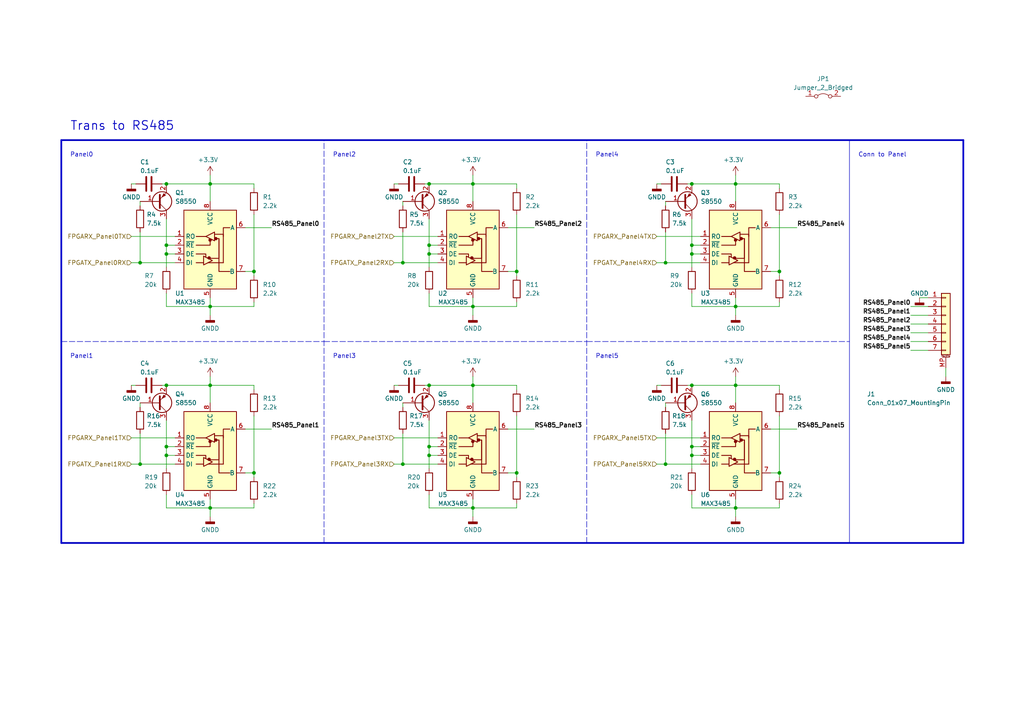
<source format=kicad_sch>
(kicad_sch (version 20230121) (generator eeschema)
  (paper "A4")
  (lib_symbols
    (symbol "Connector_Generic_MountingPin:Conn_01x07_MountingPin" (pin_names (offset 1.016) hide)
      (property "Reference" "J" (at 0 10.16 0))
      (property "Value" "Conn_01x07_MountingPin" (at 1.27 -10.16 0))
      (symbol "Conn_01x07_MountingPin_1_1"
        (rectangle (start -1.27 -7.493) (end 0 -7.747) (stroke (width 0.1524)))
        (rectangle (start -1.27 -4.953) (end 0 -5.207) (stroke (width 0.1524)))
        (rectangle (start -1.27 -2.413) (end 0 -2.667) (stroke (width 0.1524)))
        (rectangle (start -1.27 0.127) (end 0 -0.127) (stroke (width 0.1524)))
        (rectangle (start -1.27 2.667) (end 0 2.413) (stroke (width 0.1524)))
        (rectangle (start -1.27 5.207) (end 0 4.953) (stroke (width 0.1524)))
        (rectangle (start -1.27 7.747) (end 0 7.493) (stroke (width 0.1524)))
        (rectangle (start -1.27 8.89) (end 1.27 -8.89) (stroke (width 0.254)) (fill (type background)))
        (polyline (pts (xy -1.016 -9.652) (xy 1.016 -9.652)) (stroke (width 0.1524)))
        (text "Mounting" (at 0 -9.271 0) (effects (font (size 0.381 0.381))))
        (pin passive line (at -5.08 7.62 0) (length 3.81) (name "Pin_1") (number "1"))
        (pin passive line (at -5.08 5.08 0) (length 3.81) (name "Pin_2") (number "2"))
        (pin passive line (at -5.08 2.54 0) (length 3.81) (name "Pin_3") (number "3"))
        (pin passive line (at -5.08 0 0) (length 3.81) (name "Pin_4") (number "4"))
        (pin passive line (at -5.08 -2.54 0) (length 3.81) (name "Pin_5") (number "5"))
        (pin passive line (at -5.08 -5.08 0) (length 3.81) (name "Pin_6") (number "6"))
        (pin passive line (at -5.08 -7.62 0) (length 3.81) (name "Pin_7") (number "7"))
        (pin passive line (at 0 -12.7 90) (length 3.048) (name "MountPin") (number "MP"))
      )
    )
    (symbol "Device:C" (pin_numbers hide) (pin_names (offset 0.254))
      (property "Reference" "C" (at 0.635 2.54 0))
      (property "Value" "C" (at 0.635 -2.54 0))
      (symbol "C_0_1"
        (polyline (pts (xy -2.032 -0.762) (xy 2.032 -0.762)) (stroke (width 0.508)))
        (polyline (pts (xy -2.032 0.762) (xy 2.032 0.762)) (stroke (width 0.508)))
      )
      (symbol "C_1_1"
        (pin passive line (at 0 3.81 270) (length 2.794) (name "~") (number "1"))
        (pin passive line (at 0 -3.81 90) (length 2.794) (name "~") (number "2"))
      )
    )
    (symbol "Device:Q_PNP_BEC" (pin_names (offset 0) hide)
      (property "Reference" "Q" (at 5.08 1.27 0))
      (property "Value" "Q_PNP_BEC" (at 5.08 -1.27 0))
      (symbol "Q_PNP_BEC_0_1"
        (polyline (pts (xy 0.635 0.635) (xy 2.54 2.54)))
        (polyline (pts (xy 0.635 -0.635) (xy 2.54 -2.54) (xy 2.54 -2.54)))
        (polyline (pts (xy 0.635 1.905) (xy 0.635 -1.905) (xy 0.635 -1.905)) (stroke (width 0.508)))
        (polyline (pts (xy 2.286 -1.778) (xy 1.778 -2.286) (xy 1.27 -1.27) (xy 2.286 -1.778) (xy 2.286 -1.778)) (fill (type outline)))
        (circle (center 1.27 0) (radius 2.8194) (stroke (width 0.254)))
      )
      (symbol "Q_PNP_BEC_1_1"
        (pin input line (at -5.08 0 0) (length 5.715) (name "B") (number "1"))
        (pin passive line (at 2.54 -5.08 90) (length 2.54) (name "E") (number "2"))
        (pin passive line (at 2.54 5.08 270) (length 2.54) (name "C") (number "3"))
      )
    )
    (symbol "Device:R" (pin_numbers hide) (pin_names (offset 0))
      (property "Reference" "R" (at 2.032 0 90))
      (property "Value" "R" (at 0 0 90))
      (symbol "R_0_1"
        (rectangle (start -1.016 -2.54) (end 1.016 2.54) (stroke (width 0.254)))
      )
      (symbol "R_1_1"
        (pin passive line (at 0 3.81 270) (length 1.27) (name "~") (number "1"))
        (pin passive line (at 0 -3.81 90) (length 1.27) (name "~") (number "2"))
      )
    )
    (symbol "Jumper:Jumper_2_Bridged" (pin_names (offset 0) hide)
      (property "Reference" "JP" (at 0 1.905 0))
      (property "Value" "Jumper_2_Bridged" (at 0 -2.54 0))
      (symbol "Jumper_2_Bridged_0_0"
        (circle (center -2.032 0) (radius 0.508))
        (circle (center 2.032 0) (radius 0.508))
      )
      (symbol "Jumper_2_Bridged_0_1"
        (arc (start 1.524 0.254) (mid 0 0.762) (end -1.524 0.254))
      )
      (symbol "Jumper_2_Bridged_1_1"
        (pin passive line (at -5.08 0 0) (length 2.54) (name "A") (number "1"))
        (pin passive line (at 5.08 0 180) (length 2.54) (name "B") (number "2"))
      )
    )
    (symbol "MAX3485_1"
      (property "Reference" "U?" (at 2.0194 15.24 0))
      (property "Value" "MAX3485" (at 2.0194 12.7 0))
      (symbol "MAX3485_1_0_1"
        (rectangle (start -7.62 10.16) (end 7.62 -12.7) (stroke (width 0.254)) (fill (type background)))
        (circle (center -0.3048 -3.683) (radius 0.3556) (stroke (width 0.254)) (fill (type outline)))
        (circle (center -0.0254 1.4986) (radius 0.3556) (stroke (width 0.254)) (fill (type outline)))
        (polyline (pts (xy -4.064 -5.08) (xy -1.905 -5.08)) (stroke (width 0.254)))
        (polyline (pts (xy -4.064 2.54) (xy -1.27 2.54)) (stroke (width 0.254)))
        (polyline (pts (xy -1.27 -3.2004) (xy -1.27 -3.4544)) (stroke (width 0.254)))
        (polyline (pts (xy -0.635 -5.08) (xy 3.81 -5.08)) (stroke (width 0.254)))
        (polyline (pts (xy -4.064 -2.54) (xy -1.27 -2.54) (xy -1.27 -3.175)) (stroke (width 0.254)))
        (polyline (pts (xy 0 1.27) (xy 0 0) (xy -4.064 0)) (stroke (width 0.254)))
        (polyline (pts (xy 1.27 3.175) (xy 3.81 3.175) (xy 3.81 -5.08)) (stroke (width 0.254)))
        (polyline (pts (xy 2.54 1.905) (xy 2.54 -3.81) (xy 0 -3.81)) (stroke (width 0.254)))
        (polyline (pts (xy -1.905 -3.175) (xy -1.905 -5.715) (xy 0.635 -4.445) (xy -1.905 -3.175)) (stroke (width 0.254)))
        (polyline (pts (xy -1.27 2.54) (xy 1.27 3.81) (xy 1.27 1.27) (xy -1.27 2.54)) (stroke (width 0.254)))
        (polyline (pts (xy 3.81 3.175) (xy 3.81 2.54) (xy 3.81 5.08) (xy 5.715 5.08)) (stroke (width 0.254)))
        (polyline (pts (xy 1.905 1.905) (xy 2.54 1.905) (xy 2.54 -3.81) (xy 2.54 -6.985) (xy 2.54 -7.62) (xy 5.08 -7.62) (xy 5.715 -7.62)) (stroke (width 0.254)))
        (rectangle (start 1.27 3.175) (end 1.27 3.175))
        (circle (center 1.651 1.905) (radius 0.3556) (stroke (width 0.254)) (fill (type outline)))
      )
      (symbol "MAX3485_1_1_1"
        (pin output line (at -10.16 2.54 0) (length 2.54) (name "RO") (number "1"))
        (pin input line (at -10.16 0 0) (length 2.54) (name "~{RE}") (number "2"))
        (pin input line (at -10.16 -2.54 0) (length 2.54) (name "DE") (number "3"))
        (pin input line (at -10.16 -5.08 0) (length 2.54) (name "DI") (number "4"))
        (pin power_in line (at 0 -15.24 90) (length 2.54) (name "GND") (number "5"))
        (pin bidirectional line (at 10.16 5.08 180) (length 2.54) (name "A") (number "6"))
        (pin bidirectional line (at 10.16 -7.62 180) (length 2.54) (name "B") (number "7"))
        (pin power_in line (at 0 12.7 270) (length 2.54) (name "VCC") (number "8"))
      )
    )
    (symbol "power:+3.3V" (power) (pin_names (offset 0))
      (property "Value" "+3.3V" (at 0 3.556 0))
      (symbol "+3.3V_0_1"
        (polyline (pts (xy -0.762 1.27) (xy 0 2.54)))
        (polyline (pts (xy 0 0) (xy 0 2.54)))
        (polyline (pts (xy 0 2.54) (xy 0.762 1.27)))
      )
      (symbol "+3.3V_1_1"
        (pin power_in line (at 0 0 90) (length 0) hide (name "+3.3V") (number "1"))
      )
    )
    (symbol "power:GNDD" (power) (pin_names (offset 0))
      (property "Value" "GNDD" (at 0 -3.175 0))
      (symbol "GNDD_0_1"
        (rectangle (start -1.27 -1.524) (end 1.27 -2.032) (stroke (width 0.254)) (fill (type outline)))
        (polyline (pts (xy 0 0) (xy 0 -1.524)))
      )
      (symbol "GNDD_1_1"
        (pin power_in line (at 0 0 270) (length 0) hide (name "GNDD") (number "1"))
      )
    )
  )
  (junction (at 124.46 132.08))
  (junction (at 40.64 76.2))
  (junction (at 48.26 71.12))
  (junction (at 200.66 111.76))
  (junction (at 213.36 147.32))
  (junction (at 137.16 147.32))
  (junction (at 226.06 137.16))
  (junction (at 200.66 132.08))
  (junction (at 40.64 134.62))
  (junction (at 48.26 111.76))
  (junction (at 149.86 137.16))
  (junction (at 124.46 73.66))
  (junction (at 48.26 129.54))
  (junction (at 200.66 129.54))
  (junction (at 60.96 147.32))
  (junction (at 60.96 111.76))
  (junction (at 48.26 53.34))
  (junction (at 200.66 71.12))
  (junction (at 200.66 53.34))
  (junction (at 149.86 78.74))
  (junction (at 48.26 132.08))
  (junction (at 213.36 88.9))
  (junction (at 116.84 76.2))
  (junction (at 124.46 71.12))
  (junction (at 116.84 134.62))
  (junction (at 193.04 134.62))
  (junction (at 124.46 111.76))
  (junction (at 48.26 73.66))
  (junction (at 193.04 76.2))
  (junction (at 137.16 88.9))
  (junction (at 73.66 137.16))
  (junction (at 73.66 78.74))
  (junction (at 213.36 53.34))
  (junction (at 60.96 88.9))
  (junction (at 124.46 129.54))
  (junction (at 213.36 111.76))
  (junction (at 137.16 111.76))
  (junction (at 226.06 78.74))
  (junction (at 200.66 73.66))
  (junction (at 124.46 53.34))
  (junction (at 60.96 53.34))
  (junction (at 137.16 53.34))
  (wire (pts (xy 264.16 99.06) (xy 269.24 99.06)))
  (wire (pts (xy 40.64 134.62) (xy 50.8 134.62)))
  (wire (pts (xy 60.96 111.76) (xy 73.66 111.76)))
  (wire (pts (xy 223.52 78.74) (xy 226.06 78.74)))
  (wire (pts (xy 137.16 144.78) (xy 137.16 147.32)))
  (wire (pts (xy 149.86 62.23) (xy 149.86 78.74)))
  (wire (pts (xy 213.36 88.9) (xy 226.06 88.9)))
  (wire (pts (xy 223.52 66.04) (xy 231.14 66.04)))
  (wire (pts (xy 213.36 88.9) (xy 213.36 91.44)))
  (wire (pts (xy 147.32 124.46) (xy 154.94 124.46)))
  (wire (pts (xy 48.26 147.32) (xy 60.96 147.32)))
  (wire (pts (xy 213.36 86.36) (xy 213.36 88.9)))
  (wire (pts (xy 200.66 147.32) (xy 213.36 147.32)))
  (wire (pts (xy 213.36 53.34) (xy 213.36 58.42)))
  (polyline (pts (xy 279.4 157.48) (xy 279.4 40.64)) (stroke (width 0.5) (type solid)))
  (wire (pts (xy 200.66 132.08) (xy 203.2 132.08)))
  (wire (pts (xy 199.39 111.76) (xy 200.66 111.76)))
  (wire (pts (xy 264.16 88.9) (xy 269.24 88.9)))
  (wire (pts (xy 60.96 109.22) (xy 60.96 111.76)))
  (wire (pts (xy 137.16 109.22) (xy 137.16 111.76)))
  (wire (pts (xy 147.32 66.04) (xy 154.94 66.04)))
  (wire (pts (xy 137.16 86.36) (xy 137.16 88.9)))
  (wire (pts (xy 60.96 88.9) (xy 60.96 91.44)))
  (wire (pts (xy 137.16 147.32) (xy 149.86 147.32)))
  (wire (pts (xy 124.46 121.92) (xy 124.46 129.54)))
  (wire (pts (xy 137.16 50.8) (xy 137.16 53.34)))
  (wire (pts (xy 200.66 71.12) (xy 203.2 71.12)))
  (wire (pts (xy 149.86 111.76) (xy 149.86 113.03)))
  (wire (pts (xy 48.26 129.54) (xy 48.26 132.08)))
  (wire (pts (xy 190.5 68.58) (xy 203.2 68.58)))
  (wire (pts (xy 137.16 147.32) (xy 137.16 149.86)))
  (wire (pts (xy 124.46 63.5) (xy 124.46 71.12)))
  (wire (pts (xy 213.36 50.8) (xy 213.36 53.34)))
  (wire (pts (xy 124.46 85.09) (xy 124.46 88.9)))
  (wire (pts (xy 226.06 146.05) (xy 226.06 147.32)))
  (wire (pts (xy 124.46 129.54) (xy 124.46 132.08)))
  (wire (pts (xy 48.26 73.66) (xy 48.26 77.47)))
  (wire (pts (xy 38.1 53.34) (xy 39.37 53.34)))
  (wire (pts (xy 114.3 53.34) (xy 115.57 53.34)))
  (polyline (pts (xy 93.98 99.06) (xy 170.18 99.06)) (stroke (width 0) (type dash)))
  (wire (pts (xy 40.64 125.73) (xy 40.64 134.62)))
  (wire (pts (xy 193.04 134.62) (xy 203.2 134.62)))
  (wire (pts (xy 213.36 147.32) (xy 226.06 147.32)))
  (wire (pts (xy 114.3 127) (xy 127 127)))
  (wire (pts (xy 124.46 129.54) (xy 127 129.54)))
  (wire (pts (xy 190.5 111.76) (xy 191.77 111.76)))
  (wire (pts (xy 200.66 143.51) (xy 200.66 147.32)))
  (wire (pts (xy 38.1 68.58) (xy 50.8 68.58)))
  (wire (pts (xy 199.39 53.34) (xy 200.66 53.34)))
  (wire (pts (xy 226.06 111.76) (xy 226.06 113.03)))
  (wire (pts (xy 200.66 121.92) (xy 200.66 129.54)))
  (wire (pts (xy 73.66 78.74) (xy 73.66 80.01)))
  (wire (pts (xy 73.66 62.23) (xy 73.66 78.74)))
  (wire (pts (xy 149.86 137.16) (xy 149.86 138.43)))
  (polyline (pts (xy 17.78 157.48) (xy 279.4 157.48)) (stroke (width 0.5) (type solid)))
  (wire (pts (xy 40.64 67.31) (xy 40.64 76.2)))
  (wire (pts (xy 226.06 137.16) (xy 226.06 138.43)))
  (wire (pts (xy 48.26 129.54) (xy 50.8 129.54)))
  (wire (pts (xy 147.32 137.16) (xy 149.86 137.16)))
  (wire (pts (xy 60.96 53.34) (xy 73.66 53.34)))
  (wire (pts (xy 200.66 129.54) (xy 203.2 129.54)))
  (wire (pts (xy 200.66 53.34) (xy 213.36 53.34)))
  (wire (pts (xy 48.26 73.66) (xy 50.8 73.66)))
  (wire (pts (xy 193.04 67.31) (xy 193.04 76.2)))
  (wire (pts (xy 38.1 76.2) (xy 40.64 76.2)))
  (wire (pts (xy 264.16 93.98) (xy 269.24 93.98)))
  (wire (pts (xy 149.86 53.34) (xy 149.86 54.61)))
  (polyline (pts (xy 93.98 157.48) (xy 93.98 40.64)) (stroke (width 0) (type dash)))
  (wire (pts (xy 60.96 111.76) (xy 60.96 116.84)))
  (wire (pts (xy 38.1 111.76) (xy 39.37 111.76)))
  (wire (pts (xy 213.36 111.76) (xy 226.06 111.76)))
  (wire (pts (xy 73.66 53.34) (xy 73.66 54.61)))
  (wire (pts (xy 114.3 134.62) (xy 116.84 134.62)))
  (wire (pts (xy 71.12 78.74) (xy 73.66 78.74)))
  (wire (pts (xy 137.16 88.9) (xy 149.86 88.9)))
  (wire (pts (xy 137.16 53.34) (xy 149.86 53.34)))
  (wire (pts (xy 264.16 96.52) (xy 269.24 96.52)))
  (wire (pts (xy 226.06 53.34) (xy 226.06 54.61)))
  (wire (pts (xy 48.26 85.09) (xy 48.26 88.9)))
  (wire (pts (xy 73.66 120.65) (xy 73.66 137.16)))
  (wire (pts (xy 190.5 76.2) (xy 193.04 76.2)))
  (wire (pts (xy 48.26 143.51) (xy 48.26 147.32)))
  (wire (pts (xy 46.99 111.76) (xy 48.26 111.76)))
  (wire (pts (xy 123.19 53.34) (xy 124.46 53.34)))
  (wire (pts (xy 213.36 111.76) (xy 213.36 116.84)))
  (wire (pts (xy 137.16 111.76) (xy 149.86 111.76)))
  (wire (pts (xy 73.66 111.76) (xy 73.66 113.03)))
  (wire (pts (xy 40.64 76.2) (xy 50.8 76.2)))
  (wire (pts (xy 60.96 50.8) (xy 60.96 53.34)))
  (wire (pts (xy 264.16 91.44) (xy 269.24 91.44)))
  (wire (pts (xy 116.84 134.62) (xy 127 134.62)))
  (wire (pts (xy 71.12 124.46) (xy 78.74 124.46)))
  (wire (pts (xy 48.26 71.12) (xy 50.8 71.12)))
  (wire (pts (xy 137.16 53.34) (xy 137.16 58.42)))
  (wire (pts (xy 38.1 134.62) (xy 40.64 134.62)))
  (wire (pts (xy 116.84 58.42) (xy 116.84 59.69)))
  (wire (pts (xy 48.26 63.5) (xy 48.26 71.12)))
  (wire (pts (xy 124.46 132.08) (xy 127 132.08)))
  (wire (pts (xy 193.04 58.42) (xy 193.04 59.69)))
  (wire (pts (xy 60.96 53.34) (xy 60.96 58.42)))
  (wire (pts (xy 200.66 73.66) (xy 200.66 77.47)))
  (wire (pts (xy 48.26 71.12) (xy 48.26 73.66)))
  (wire (pts (xy 114.3 68.58) (xy 127 68.58)))
  (wire (pts (xy 226.06 78.74) (xy 226.06 80.01)))
  (wire (pts (xy 124.46 71.12) (xy 124.46 73.66)))
  (wire (pts (xy 60.96 147.32) (xy 60.96 149.86)))
  (wire (pts (xy 60.96 86.36) (xy 60.96 88.9)))
  (wire (pts (xy 149.86 120.65) (xy 149.86 137.16)))
  (wire (pts (xy 190.5 134.62) (xy 193.04 134.62)))
  (wire (pts (xy 116.84 67.31) (xy 116.84 76.2)))
  (wire (pts (xy 71.12 137.16) (xy 73.66 137.16)))
  (wire (pts (xy 48.26 111.76) (xy 60.96 111.76)))
  (wire (pts (xy 124.46 111.76) (xy 137.16 111.76)))
  (wire (pts (xy 60.96 147.32) (xy 73.66 147.32)))
  (wire (pts (xy 48.26 53.34) (xy 60.96 53.34)))
  (wire (pts (xy 200.66 85.09) (xy 200.66 88.9)))
  (wire (pts (xy 38.1 127) (xy 50.8 127)))
  (wire (pts (xy 200.66 129.54) (xy 200.66 132.08)))
  (wire (pts (xy 274.32 106.68) (xy 274.32 109.22)))
  (wire (pts (xy 116.84 125.73) (xy 116.84 134.62)))
  (wire (pts (xy 190.5 53.34) (xy 191.77 53.34)))
  (wire (pts (xy 60.96 88.9) (xy 73.66 88.9)))
  (wire (pts (xy 124.46 147.32) (xy 137.16 147.32)))
  (wire (pts (xy 269.24 86.36) (xy 266.7 86.36)))
  (wire (pts (xy 48.26 132.08) (xy 50.8 132.08)))
  (polyline (pts (xy 17.78 99.06) (xy 93.98 99.06)) (stroke (width 0) (type dash)))
  (wire (pts (xy 213.36 109.22) (xy 213.36 111.76)))
  (wire (pts (xy 123.19 111.76) (xy 124.46 111.76)))
  (wire (pts (xy 73.66 137.16) (xy 73.66 138.43)))
  (wire (pts (xy 124.46 132.08) (xy 124.46 135.89)))
  (wire (pts (xy 40.64 116.84) (xy 40.64 118.11)))
  (polyline (pts (xy 170.18 157.48) (xy 170.18 40.64)) (stroke (width 0) (type dash)))
  (wire (pts (xy 71.12 66.04) (xy 78.74 66.04)))
  (wire (pts (xy 124.46 73.66) (xy 124.46 77.47)))
  (wire (pts (xy 226.06 62.23) (xy 226.06 78.74)))
  (wire (pts (xy 137.16 88.9) (xy 137.16 91.44)))
  (wire (pts (xy 114.3 111.76) (xy 115.57 111.76)))
  (wire (pts (xy 190.5 127) (xy 203.2 127)))
  (wire (pts (xy 124.46 88.9) (xy 137.16 88.9)))
  (wire (pts (xy 40.64 58.42) (xy 40.64 59.69)))
  (wire (pts (xy 200.66 88.9) (xy 213.36 88.9)))
  (polyline (pts (xy 246.38 157.48) (xy 246.38 40.64)) (stroke (width 0) (type solid)))
  (wire (pts (xy 124.46 73.66) (xy 127 73.66)))
  (wire (pts (xy 116.84 76.2) (xy 127 76.2)))
  (polyline (pts (xy 170.18 99.06) (xy 246.38 99.06)) (stroke (width 0) (type dash)))
  (wire (pts (xy 193.04 125.73) (xy 193.04 134.62)))
  (wire (pts (xy 114.3 76.2) (xy 116.84 76.2)))
  (wire (pts (xy 149.86 78.74) (xy 149.86 80.01)))
  (wire (pts (xy 223.52 124.46) (xy 231.14 124.46)))
  (wire (pts (xy 73.66 146.05) (xy 73.66 147.32)))
  (wire (pts (xy 200.66 73.66) (xy 203.2 73.66)))
  (wire (pts (xy 200.66 111.76) (xy 213.36 111.76)))
  (wire (pts (xy 149.86 87.63) (xy 149.86 88.9)))
  (wire (pts (xy 213.36 144.78) (xy 213.36 147.32)))
  (polyline (pts (xy 279.4 40.64) (xy 17.78 40.64)) (stroke (width 0.5) (type solid)))
  (wire (pts (xy 200.66 132.08) (xy 200.66 135.89)))
  (wire (pts (xy 193.04 76.2) (xy 203.2 76.2)))
  (wire (pts (xy 124.46 143.51) (xy 124.46 147.32)))
  (wire (pts (xy 73.66 87.63) (xy 73.66 88.9)))
  (wire (pts (xy 48.26 121.92) (xy 48.26 129.54)))
  (wire (pts (xy 46.99 53.34) (xy 48.26 53.34)))
  (wire (pts (xy 223.52 137.16) (xy 226.06 137.16)))
  (wire (pts (xy 124.46 53.34) (xy 137.16 53.34)))
  (wire (pts (xy 213.36 53.34) (xy 226.06 53.34)))
  (wire (pts (xy 60.96 144.78) (xy 60.96 147.32)))
  (wire (pts (xy 226.06 120.65) (xy 226.06 137.16)))
  (wire (pts (xy 264.16 101.6) (xy 269.24 101.6)))
  (wire (pts (xy 213.36 147.32) (xy 213.36 149.86)))
  (wire (pts (xy 124.46 71.12) (xy 127 71.12)))
  (wire (pts (xy 226.06 87.63) (xy 226.06 88.9)))
  (wire (pts (xy 200.66 63.5) (xy 200.66 71.12)))
  (wire (pts (xy 137.16 111.76) (xy 137.16 116.84)))
  (wire (pts (xy 48.26 88.9) (xy 60.96 88.9)))
  (polyline (pts (xy 17.78 40.64) (xy 17.78 157.48)) (stroke (width 0.5) (type solid)))
  (wire (pts (xy 48.26 132.08) (xy 48.26 135.89)))
  (wire (pts (xy 116.84 116.84) (xy 116.84 118.11)))
  (wire (pts (xy 200.66 71.12) (xy 200.66 73.66)))
  (wire (pts (xy 147.32 78.74) (xy 149.86 78.74)))
  (wire (pts (xy 193.04 116.84) (xy 193.04 118.11)))
  (wire (pts (xy 149.86 146.05) (xy 149.86 147.32)))
  (text "Panel4" (at 172.72 45.72 0) (effects (font (size 1.27 1.27)) (justify left bottom)))
  (text "Panel1" (at 20.32 104.14 0) (effects (font (size 1.27 1.27)) (justify left bottom)))
  (text "Panel5" (at 172.72 104.14 0) (effects (font (size 1.27 1.27)) (justify left bottom)))
  (text "Panel3" (at 96.52 104.14 0) (effects (font (size 1.27 1.27)) (justify left bottom)))
  (text "Panel0" (at 20.32 45.72 0) (effects (font (size 1.27 1.27)) (justify left bottom)))
  (text "Panel2" (at 96.52 45.72 0) (effects (font (size 1.27 1.27)) (justify left bottom)))
  (text "Conn to Panel" (at 248.92 45.72 0) (effects (font (size 1.27 1.27)) (justify left bottom)))
  (text "Trans to RS485" (at 20.32 38.1 0) (effects (font (size 2.54 2.54) (thickness 0.254) bold) (justify left bottom)))
  (label "RS485_Panel0" (at 78.74 66.04 0) (effects (font (thickness 0.254) bold)))
  (label "RS485_Panel5" (at 231.14 124.46 0) (effects (font (thickness 0.254) bold)))
  (label "RS485_Panel4" (at 231.14 66.04 0) (effects (font (thickness 0.254) bold)))
  (label "RS485_Panel4" (at 264.16 99.06 180) (effects (font (thickness 0.254) bold)))
  (label "RS485_Panel2" (at 264.16 93.98 180) (effects (font (thickness 0.254) bold)))
  (label "RS485_Panel1" (at 78.74 124.46 0) (effects (font (thickness 0.254) bold)))
  (label "RS485_Panel0" (at 264.16 88.9 180) (effects (font (thickness 0.254) bold)))
  (label "RS485_Panel5" (at 264.16 101.6 180) (effects (font (thickness 0.254) bold)))
  (label "RS485_Panel3" (at 264.16 96.52 180) (effects (font (thickness 0.254) bold)))
  (label "RS485_Panel1" (at 264.16 91.44 180) (effects (font (thickness 0.254) bold)))
  (label "RS485_Panel3" (at 154.94 124.46 0) (effects (font (thickness 0.254) bold)))
  (label "RS485_Panel2" (at 154.94 66.04 0) (effects (font (thickness 0.254) bold)))
  (hierarchical_label "FPGARX_Panel1TX" (shape input) (at 38.1 127 180))
  (hierarchical_label "FPGATX_Panel3RX" (shape input) (at 114.3 134.62 180))
  (hierarchical_label "FPGARX_Panel5TX" (shape input) (at 190.5 127 180))
  (hierarchical_label "FPGARX_Panel0TX" (shape input) (at 38.1 68.58 180))
  (hierarchical_label "FPGARX_Panel4TX" (shape input) (at 190.5 68.58 180))
  (hierarchical_label "FPGARX_Panel3TX" (shape input) (at 114.3 127 180))
  (hierarchical_label "FPGATX_Panel2RX" (shape input) (at 114.3 76.2 180))
  (hierarchical_label "FPGATX_Panel4RX" (shape input) (at 190.5 76.2 180))
  (hierarchical_label "FPGATX_Panel0RX" (shape input) (at 38.1 76.2 180))
  (hierarchical_label "FPGATX_Panel5RX" (shape input) (at 190.5 134.62 180))
  (hierarchical_label "FPGATX_Panel1RX" (shape input) (at 38.1 134.62 180))
  (hierarchical_label "FPGARX_Panel2TX" (shape input) (at 114.3 68.58 180))
  (symbol (lib_id "Device:R") (at 116.84 63.5 0) (unit 1)
    (property "Reference" "R5" (at 118.745 62.2299 0) (effects (justify left)))
    (property "Value" "7.5k" (at 118.745 64.7699 0) (effects (justify left)))
    (property "Footprint" "Resistor_SMD:R_0603_1608Metric" (effects hide))
  )
  (symbol (lib_id "Device:R") (at 200.66 139.7 0) (unit 1)
    (property "Reference" "R21" (at 194.31 138.43 0) (effects (justify left)))
    (property "Value" "20k" (at 194.31 140.97 0) (effects (justify left)))
    (property "Footprint" "Resistor_SMD:R_0402_1005Metric" (effects hide))
  )
  (symbol (lib_id "Device:R") (at 116.84 121.92 0) (unit 1)
    (property "Reference" "R17" (at 118.745 120.6499 0) (effects (justify left)))
    (property "Value" "7.5k" (at 118.745 123.1899 0) (effects (justify left)))
    (property "Footprint" "Resistor_SMD:R_0603_1608Metric" (effects hide))
  )
  (symbol (lib_id "power:GNDD") (at 274.32 109.22 0) (unit 1)
    (property "Reference" "#PWR014" (effects hide))
    (property "Value" "GNDD" (at 274.32 113.03 0))
  )
  (symbol (lib_name "MAX3485_1") (lib_id "Interface_UART:MAX3485") (at 213.36 71.12 0) (unit 1)
    (property "Reference" "U3" (at 203.2 85.09 0) (effects (justify left)))
    (property "Value" "MAX3485" (at 203.2 87.63 0) (effects (justify left)))
    (property "Footprint" "Package_SO:SOP-8_3.9x4.9mm_P1.27mm" (effects hide))
    (property "Datasheet" "https://datasheets.maximintegrated.com/en/ds/MAX3483-MAX3491.pdf" (effects hide))
  )
  (symbol (lib_id "Device:R") (at 40.64 121.92 0) (unit 1)
    (property "Reference" "R16" (at 42.545 120.6499 0) (effects (justify left)))
    (property "Value" "7.5k" (at 42.545 123.1899 0) (effects (justify left)))
    (property "Footprint" "Resistor_SMD:R_0603_1608Metric" (effects hide))
  )
  (symbol (lib_id "Device:R") (at 48.26 139.7 0) (unit 1)
    (property "Reference" "R19" (at 41.91 138.43 0) (effects (justify left)))
    (property "Value" "20k" (at 41.91 140.97 0) (effects (justify left)))
    (property "Footprint" "Resistor_SMD:R_0402_1005Metric" (effects hide))
  )
  (symbol (lib_id "Device:R") (at 149.86 58.42 0) (unit 1)
    (property "Reference" "R2" (at 152.4 57.1499 0) (effects (justify left)))
    (property "Value" "2.2k" (at 152.4 59.6899 0) (effects (justify left)))
    (property "Footprint" "Resistor_SMD:R_0402_1005Metric" (effects hide))
  )
  (symbol (lib_id "Device:C") (at 195.58 111.76 270) (mirror x) (unit 1)
    (property "Reference" "C6" (at 193.04 105.41 90) (effects (justify left)))
    (property "Value" "0.1uF" (at 193.04 107.95 90) (effects (justify left)))
    (property "Footprint" "Capacitor_SMD:C_0402_1005Metric" (effects hide))
  )
  (symbol (lib_id "Device:C") (at 43.18 111.76 270) (mirror x) (unit 1)
    (property "Reference" "C4" (at 40.64 105.41 90) (effects (justify left)))
    (property "Value" "0.1uF" (at 40.64 107.95 90) (effects (justify left)))
    (property "Footprint" "Capacitor_SMD:C_0402_1005Metric" (effects hide))
  )
  (symbol (lib_id "power:+3.3V") (at 137.16 109.22 0) (unit 1)
    (property "Reference" "#PWR012" (effects hide))
    (property "Value" "+3.3V" (at 136.525 104.775 0))
  )
  (symbol (lib_id "power:GNDD") (at 114.3 111.76 0) (unit 1)
    (property "Reference" "#PWR016" (effects hide))
    (property "Value" "GNDD" (at 114.3 115.57 0))
  )
  (symbol (lib_id "power:+3.3V") (at 137.16 50.8 0) (unit 1)
    (property "Reference" "#PWR02" (effects hide))
    (property "Value" "+3.3V" (at 136.525 46.355 0))
  )
  (symbol (lib_id "Device:R") (at 48.26 81.28 0) (unit 1)
    (property "Reference" "R7" (at 41.91 80.01 0) (effects (justify left)))
    (property "Value" "20k" (at 41.91 82.55 0) (effects (justify left)))
    (property "Footprint" "Resistor_SMD:R_0402_1005Metric" (effects hide))
  )
  (symbol (lib_id "Device:R") (at 73.66 58.42 0) (unit 1)
    (property "Reference" "R1" (at 76.2 57.1499 0) (effects (justify left)))
    (property "Value" "2.2k" (at 76.2 59.6899 0) (effects (justify left)))
    (property "Footprint" "Resistor_SMD:R_0402_1005Metric" (effects hide))
  )
  (symbol (lib_id "Device:Q_PNP_BEC") (at 198.12 116.84 0) (mirror x) (unit 1)
    (property "Reference" "Q6" (at 203.2 114.3 0) (effects (justify left)))
    (property "Value" "S8550" (at 203.2 116.84 0) (effects (justify left)))
    (property "Footprint" "Package_TO_SOT_SMD:SOT-23" (effects hide))
  )
  (symbol (lib_id "power:GNDD") (at 60.96 149.86 0) (unit 1)
    (property "Reference" "#PWR018" (effects hide))
    (property "Value" "GNDD" (at 60.96 153.67 0))
  )
  (symbol (lib_id "power:GNDD") (at 114.3 53.34 0) (unit 1)
    (property "Reference" "#PWR05" (effects hide))
    (property "Value" "GNDD" (at 114.3 57.15 0))
  )
  (symbol (lib_id "power:GNDD") (at 137.16 91.44 0) (unit 1)
    (property "Reference" "#PWR09" (effects hide))
    (property "Value" "GNDD" (at 137.16 95.25 0))
  )
  (symbol (lib_id "Device:R") (at 226.06 58.42 0) (unit 1)
    (property "Reference" "R3" (at 228.6 57.1499 0) (effects (justify left)))
    (property "Value" "2.2k" (at 228.6 59.6899 0) (effects (justify left)))
    (property "Footprint" "Resistor_SMD:R_0402_1005Metric" (effects hide))
  )
  (symbol (lib_id "power:GNDD") (at 213.36 91.44 0) (unit 1)
    (property "Reference" "#PWR010" (effects hide))
    (property "Value" "GNDD" (at 213.36 95.25 0))
  )
  (symbol (lib_id "power:GNDD") (at 137.16 149.86 0) (unit 1)
    (property "Reference" "#PWR019" (effects hide))
    (property "Value" "GNDD" (at 137.16 153.67 0))
  )
  (symbol (lib_id "Device:R") (at 149.86 116.84 0) (unit 1)
    (property "Reference" "R14" (at 152.4 115.5699 0) (effects (justify left)))
    (property "Value" "2.2k" (at 152.4 118.1099 0) (effects (justify left)))
    (property "Footprint" "Resistor_SMD:R_0402_1005Metric" (effects hide))
  )
  (symbol (lib_id "Device:R") (at 226.06 83.82 0) (unit 1)
    (property "Reference" "R12" (at 228.6 82.5499 0) (effects (justify left)))
    (property "Value" "2.2k" (at 228.6 85.0899 0) (effects (justify left)))
    (property "Footprint" "Resistor_SMD:R_0402_1005Metric" (effects hide))
  )
  (symbol (lib_id "power:+3.3V") (at 213.36 109.22 0) (unit 1)
    (property "Reference" "#PWR013" (effects hide))
    (property "Value" "+3.3V" (at 212.725 104.775 0))
  )
  (symbol (lib_name "MAX3485_1") (lib_id "Interface_UART:MAX3485") (at 137.16 71.12 0) (unit 1)
    (property "Reference" "U2" (at 127 85.09 0) (effects (justify left)))
    (property "Value" "MAX3485" (at 127 87.63 0) (effects (justify left)))
    (property "Footprint" "Package_SO:SOP-8_3.9x4.9mm_P1.27mm" (effects hide))
    (property "Datasheet" "https://datasheets.maximintegrated.com/en/ds/MAX3483-MAX3491.pdf" (effects hide))
  )
  (symbol (lib_name "MAX3485_1") (lib_id "Interface_UART:MAX3485") (at 60.96 71.12 0) (unit 1)
    (property "Reference" "U1" (at 50.8 85.09 0) (effects (justify left)))
    (property "Value" "MAX3485" (at 50.8 87.63 0) (effects (justify left)))
    (property "Footprint" "Package_SO:SOP-8_3.9x4.9mm_P1.27mm" (effects hide))
    (property "Datasheet" "https://datasheets.maximintegrated.com/en/ds/MAX3483-MAX3491.pdf" (effects hide))
  )
  (symbol (lib_id "Device:C") (at 195.58 53.34 270) (mirror x) (unit 1)
    (property "Reference" "C3" (at 193.04 46.99 90) (effects (justify left)))
    (property "Value" "0.1uF" (at 193.04 49.53 90) (effects (justify left)))
    (property "Footprint" "Capacitor_SMD:C_0402_1005Metric" (effects hide))
  )
  (symbol (lib_id "Device:Q_PNP_BEC") (at 121.92 58.42 0) (mirror x) (unit 1)
    (property "Reference" "Q2" (at 127 55.88 0) (effects (justify left)))
    (property "Value" "S8550" (at 127 58.42 0) (effects (justify left)))
    (property "Footprint" "Package_TO_SOT_SMD:SOT-23" (effects hide))
  )
  (symbol (lib_id "Device:C") (at 119.38 53.34 270) (mirror x) (unit 1)
    (property "Reference" "C2" (at 116.84 46.99 90) (effects (justify left)))
    (property "Value" "0.1uF" (at 116.84 49.53 90) (effects (justify left)))
    (property "Footprint" "Capacitor_SMD:C_0402_1005Metric" (effects hide))
  )
  (symbol (lib_id "Device:R") (at 226.06 142.24 0) (unit 1)
    (property "Reference" "R24" (at 228.6 140.9699 0) (effects (justify left)))
    (property "Value" "2.2k" (at 228.6 143.5099 0) (effects (justify left)))
    (property "Footprint" "Resistor_SMD:R_0402_1005Metric" (effects hide))
  )
  (symbol (lib_id "Device:C") (at 43.18 53.34 270) (mirror x) (unit 1)
    (property "Reference" "C1" (at 40.64 46.99 90) (effects (justify left)))
    (property "Value" "0.1uF" (at 40.64 49.53 90) (effects (justify left)))
    (property "Footprint" "Capacitor_SMD:C_0402_1005Metric" (effects hide))
  )
  (symbol (lib_id "Device:Q_PNP_BEC") (at 45.72 116.84 0) (mirror x) (unit 1)
    (property "Reference" "Q4" (at 50.8 114.3 0) (effects (justify left)))
    (property "Value" "S8550" (at 50.8 116.84 0) (effects (justify left)))
    (property "Footprint" "Package_TO_SOT_SMD:SOT-23" (effects hide))
  )
  (symbol (lib_id "Connector_Generic_MountingPin:Conn_01x07_MountingPin") (at 274.32 93.98 0) (unit 1)
    (property "Reference" "J1" (at 251.46 114.3 0) (effects (justify left)))
    (property "Value" "Conn_01x07_MountingPin" (at 251.46 116.84 0) (effects (justify left)))
    (property "Footprint" "Connector_Molex:Molex_PicoBlade_53261-0771_1x07-1MP_P1.25mm_Horizontal" (effects hide))
  )
  (symbol (lib_id "Device:R") (at 226.06 116.84 0) (unit 1)
    (property "Reference" "R15" (at 228.6 115.5699 0) (effects (justify left)))
    (property "Value" "2.2k" (at 228.6 118.1099 0) (effects (justify left)))
    (property "Footprint" "Resistor_SMD:R_0402_1005Metric" (effects hide))
  )
  (symbol (lib_id "power:GNDD") (at 38.1 53.34 0) (unit 1)
    (property "Reference" "#PWR04" (effects hide))
    (property "Value" "GNDD" (at 38.1 57.15 0))
  )
  (symbol (lib_id "Device:Q_PNP_BEC") (at 45.72 58.42 0) (mirror x) (unit 1)
    (property "Reference" "Q1" (at 50.8 55.88 0) (effects (justify left)))
    (property "Value" "S8550" (at 50.8 58.42 0) (effects (justify left)))
    (property "Footprint" "Package_TO_SOT_SMD:SOT-23" (effects hide))
  )
  (symbol (lib_id "power:GNDD") (at 190.5 111.76 0) (unit 1)
    (property "Reference" "#PWR017" (effects hide))
    (property "Value" "GNDD" (at 190.5 115.57 0))
  )
  (symbol (lib_id "Device:R") (at 149.86 83.82 0) (unit 1)
    (property "Reference" "R11" (at 152.4 82.5499 0) (effects (justify left)))
    (property "Value" "2.2k" (at 152.4 85.0899 0) (effects (justify left)))
    (property "Footprint" "Resistor_SMD:R_0402_1005Metric" (effects hide))
  )
  (symbol (lib_name "MAX3485_1") (lib_id "Interface_UART:MAX3485") (at 137.16 129.54 0) (unit 1)
    (property "Reference" "U5" (at 127 143.51 0) (effects (justify left)))
    (property "Value" "MAX3485" (at 127 146.05 0) (effects (justify left)))
    (property "Footprint" "Package_SO:SOP-8_3.9x4.9mm_P1.27mm" (effects hide))
    (property "Datasheet" "https://datasheets.maximintegrated.com/en/ds/MAX3483-MAX3491.pdf" (effects hide))
  )
  (symbol (lib_id "power:GNDD") (at 266.7 86.36 0) (unit 1)
    (property "Reference" "#PWR07" (effects hide))
    (property "Value" "GNDD" (at 266.7 85.09 0))
  )
  (symbol (lib_id "power:+3.3V") (at 60.96 50.8 0) (unit 1)
    (property "Reference" "#PWR01" (effects hide))
    (property "Value" "+3.3V" (at 60.325 46.355 0))
  )
  (symbol (lib_id "Device:C") (at 119.38 111.76 270) (mirror x) (unit 1)
    (property "Reference" "C5" (at 116.84 105.41 90) (effects (justify left)))
    (property "Value" "0.1uF" (at 116.84 107.95 90) (effects (justify left)))
    (property "Footprint" "Capacitor_SMD:C_0402_1005Metric" (effects hide))
  )
  (symbol (lib_id "Device:Q_PNP_BEC") (at 121.92 116.84 0) (mirror x) (unit 1)
    (property "Reference" "Q5" (at 127 114.3 0) (effects (justify left)))
    (property "Value" "S8550" (at 127 116.84 0) (effects (justify left)))
    (property "Footprint" "Package_TO_SOT_SMD:SOT-23" (effects hide))
  )
  (symbol (lib_id "Device:R") (at 124.46 81.28 0) (unit 1)
    (property "Reference" "R8" (at 118.11 80.01 0) (effects (justify left)))
    (property "Value" "20k" (at 118.11 82.55 0) (effects (justify left)))
    (property "Footprint" "Resistor_SMD:R_0402_1005Metric" (effects hide))
  )
  (symbol (lib_id "Device:R") (at 200.66 81.28 0) (unit 1)
    (property "Reference" "R9" (at 194.31 80.01 0) (effects (justify left)))
    (property "Value" "20k" (at 194.31 82.55 0) (effects (justify left)))
    (property "Footprint" "Resistor_SMD:R_0402_1005Metric" (effects hide))
  )
  (symbol (lib_id "Device:R") (at 124.46 139.7 0) (unit 1)
    (property "Reference" "R20" (at 118.11 138.43 0) (effects (justify left)))
    (property "Value" "20k" (at 118.11 140.97 0) (effects (justify left)))
    (property "Footprint" "Resistor_SMD:R_0402_1005Metric" (effects hide))
  )
  (symbol (lib_id "power:GNDD") (at 213.36 149.86 0) (unit 1)
    (property "Reference" "#PWR020" (effects hide))
    (property "Value" "GNDD" (at 213.36 153.67 0))
  )
  (symbol (lib_id "power:GNDD") (at 38.1 111.76 0) (unit 1)
    (property "Reference" "#PWR015" (effects hide))
    (property "Value" "GNDD" (at 38.1 115.57 0))
  )
  (symbol (lib_id "Device:R") (at 193.04 121.92 0) (unit 1)
    (property "Reference" "R18" (at 194.945 120.6499 0) (effects (justify left)))
    (property "Value" "7.5k" (at 194.945 123.1899 0) (effects (justify left)))
    (property "Footprint" "Resistor_SMD:R_0603_1608Metric" (effects hide))
  )
  (symbol (lib_id "power:GNDD") (at 60.96 91.44 0) (unit 1)
    (property "Reference" "#PWR08" (effects hide))
    (property "Value" "GNDD" (at 60.96 95.25 0))
  )
  (symbol (lib_id "Device:R") (at 73.66 142.24 0) (unit 1)
    (property "Reference" "R22" (at 76.2 140.9699 0) (effects (justify left)))
    (property "Value" "2.2k" (at 76.2 143.5099 0) (effects (justify left)))
    (property "Footprint" "Resistor_SMD:R_0402_1005Metric" (effects hide))
  )
  (symbol (lib_id "power:GNDD") (at 190.5 53.34 0) (unit 1)
    (property "Reference" "#PWR06" (effects hide))
    (property "Value" "GNDD" (at 190.5 57.15 0))
  )
  (symbol (lib_id "Device:R") (at 40.64 63.5 0) (unit 1)
    (property "Reference" "R4" (at 42.545 62.2299 0) (effects (justify left)))
    (property "Value" "7.5k" (at 42.545 64.7699 0) (effects (justify left)))
    (property "Footprint" "Resistor_SMD:R_0603_1608Metric" (effects hide))
  )
  (symbol (lib_id "power:+3.3V") (at 213.36 50.8 0) (unit 1)
    (property "Reference" "#PWR03" (effects hide))
    (property "Value" "+3.3V" (at 212.725 46.355 0))
  )
  (symbol (lib_name "MAX3485_1") (lib_id "Interface_UART:MAX3485") (at 213.36 129.54 0) (unit 1)
    (property "Reference" "U6" (at 203.2 143.51 0) (effects (justify left)))
    (property "Value" "MAX3485" (at 203.2 146.05 0) (effects (justify left)))
    (property "Footprint" "Package_SO:SOP-8_3.9x4.9mm_P1.27mm" (effects hide))
    (property "Datasheet" "https://datasheets.maximintegrated.com/en/ds/MAX3483-MAX3491.pdf" (effects hide))
  )
  (symbol (lib_id "Device:R") (at 149.86 142.24 0) (unit 1)
    (property "Reference" "R23" (at 152.4 140.9699 0) (effects (justify left)))
    (property "Value" "2.2k" (at 152.4 143.5099 0) (effects (justify left)))
    (property "Footprint" "Resistor_SMD:R_0402_1005Metric" (effects hide))
  )
  (symbol (lib_id "Device:R") (at 73.66 116.84 0) (unit 1)
    (property "Reference" "R13" (at 76.2 115.5699 0) (effects (justify left)))
    (property "Value" "2.2k" (at 76.2 118.1099 0) (effects (justify left)))
    (property "Footprint" "Resistor_SMD:R_0402_1005Metric" (effects hide))
  )
  (symbol (lib_id "Device:R") (at 73.66 83.82 0) (unit 1)
    (property "Reference" "R10" (at 76.2 82.5499 0) (effects (justify left)))
    (property "Value" "2.2k" (at 76.2 85.0899 0) (effects (justify left)))
    (property "Footprint" "Resistor_SMD:R_0402_1005Metric" (effects hide))
  )
  (symbol (lib_id "Jumper:Jumper_2_Bridged") (at 238.76 27.94 0) (unit 1)
    (property "Reference" "JP1" (at 238.76 22.86 0))
    (property "Value" "Jumper_2_Bridged" (at 238.76 25.4 0))
    (property "Footprint" "Jumper:SolderJumper-2_P1.3mm_Bridged_RoundedPad1.0x1.5mm" (effects hide))
  )
  (symbol (lib_name "MAX3485_1") (lib_id "Interface_UART:MAX3485") (at 60.96 129.54 0) (unit 1)
    (property "Reference" "U4" (at 50.8 143.51 0) (effects (justify left)))
    (property "Value" "MAX3485" (at 50.8 146.05 0) (effects (justify left)))
    (property "Footprint" "Package_SO:SOP-8_3.9x4.9mm_P1.27mm" (effects hide))
    (property "Datasheet" "https://datasheets.maximintegrated.com/en/ds/MAX3483-MAX3491.pdf" (effects hide))
  )
  (symbol (lib_id "Device:R") (at 193.04 63.5 0) (unit 1)
    (property "Reference" "R6" (at 194.945 62.2299 0) (effects (justify left)))
    (property "Value" "7.5k" (at 194.945 64.7699 0) (effects (justify left)))
    (property "Footprint" "Resistor_SMD:R_0603_1608Metric" (effects hide))
  )
  (symbol (lib_id "Device:Q_PNP_BEC") (at 198.12 58.42 0) (mirror x) (unit 1)
    (property "Reference" "Q3" (at 203.2 55.88 0) (effects (justify left)))
    (property "Value" "S8550" (at 203.2 58.42 0) (effects (justify left)))
    (property "Footprint" "Package_TO_SOT_SMD:SOT-23" (effects hide))
  )
  (symbol (lib_id "power:+3.3V") (at 60.96 109.22 0) (unit 1)
    (property "Reference" "#PWR011" (effects hide))
    (property "Value" "+3.3V" (at 60.325 104.775 0))
  )
)
</source>
